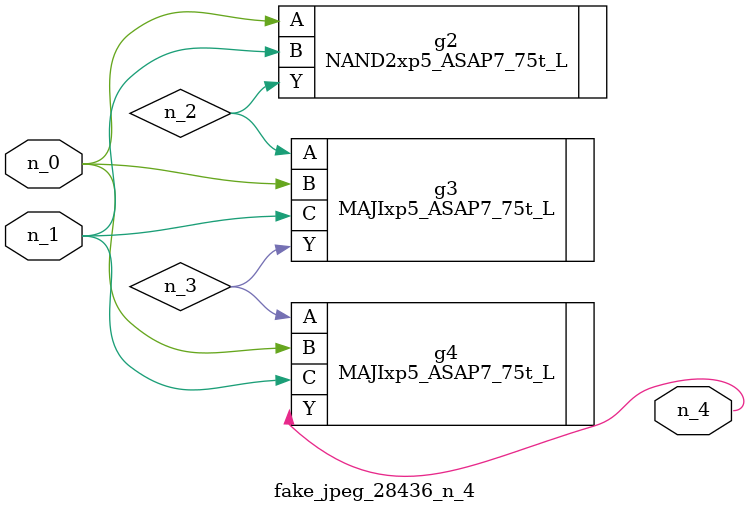
<source format=v>
module fake_jpeg_28436_n_4 (n_0, n_1, n_4);

input n_0;
input n_1;

output n_4;

wire n_2;
wire n_3;

NAND2xp5_ASAP7_75t_L g2 ( 
.A(n_0),
.B(n_1),
.Y(n_2)
);

MAJIxp5_ASAP7_75t_L g3 ( 
.A(n_2),
.B(n_0),
.C(n_1),
.Y(n_3)
);

MAJIxp5_ASAP7_75t_L g4 ( 
.A(n_3),
.B(n_0),
.C(n_1),
.Y(n_4)
);


endmodule
</source>
